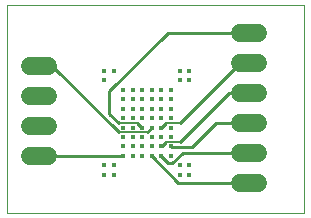
<source format=gtl>
G75*
G70*
%OFA0B0*%
%FSLAX24Y24*%
%IPPOS*%
%LPD*%
%AMOC8*
5,1,8,0,0,1.08239X$1,22.5*
%
%ADD10C,0.0000*%
%ADD11C,0.0177*%
%ADD12C,0.0600*%
%ADD13C,0.0100*%
%ADD14C,0.0050*%
%ADD15C,0.0046*%
D10*
X000101Y000101D02*
X000101Y007021D01*
X009993Y007021D01*
X009993Y000101D01*
X000101Y000101D01*
D11*
X003333Y001369D03*
X003648Y001369D03*
X003648Y001683D03*
X003333Y001683D03*
X003963Y001998D03*
X004278Y001998D03*
X004593Y001998D03*
X004908Y001998D03*
X005223Y001998D03*
X005538Y001998D03*
X005538Y002313D03*
X005223Y002313D03*
X004908Y002313D03*
X004593Y002313D03*
X004278Y002313D03*
X003963Y002313D03*
X003963Y002628D03*
X004278Y002628D03*
X004593Y002628D03*
X004908Y002628D03*
X005223Y002628D03*
X005538Y002628D03*
X005538Y002943D03*
X005223Y002943D03*
X004908Y002943D03*
X004593Y002943D03*
X004278Y002943D03*
X003963Y002943D03*
X003963Y003258D03*
X004278Y003258D03*
X004593Y003258D03*
X004908Y003258D03*
X005223Y003258D03*
X005538Y003258D03*
X005538Y003573D03*
X005223Y003573D03*
X004908Y003573D03*
X004593Y003573D03*
X004278Y003573D03*
X003963Y003573D03*
X003963Y003888D03*
X004278Y003888D03*
X004593Y003888D03*
X004908Y003888D03*
X005223Y003888D03*
X005538Y003888D03*
X005538Y004203D03*
X005223Y004203D03*
X004908Y004203D03*
X004593Y004203D03*
X004278Y004203D03*
X003963Y004203D03*
X003333Y004518D03*
X003333Y004833D03*
X003648Y004833D03*
X005853Y004833D03*
X005853Y004518D03*
X006168Y004518D03*
X006168Y004833D03*
X006168Y001683D03*
X006168Y001369D03*
X005853Y001369D03*
X005853Y001683D03*
D12*
X007851Y002101D02*
X008451Y002101D01*
X008451Y003101D02*
X007851Y003101D01*
X007851Y004101D02*
X008451Y004101D01*
X008451Y005101D02*
X007851Y005101D01*
X007851Y006101D02*
X008451Y006101D01*
X001451Y005011D02*
X000851Y005011D01*
X000851Y004011D02*
X001451Y004011D01*
X001451Y003011D02*
X000851Y003011D01*
X000851Y002011D02*
X001451Y002011D01*
X007851Y001101D02*
X008451Y001101D01*
D13*
X008151Y001101D02*
X005801Y001101D01*
X004951Y001951D01*
X004908Y001998D01*
X005223Y001998D02*
X005251Y001951D01*
X005451Y001751D01*
X005601Y001751D01*
X005951Y002101D01*
X008151Y002101D01*
X008151Y003101D02*
X007041Y003101D01*
X006251Y002311D01*
X005571Y002311D01*
X005538Y002313D01*
X005381Y002471D02*
X005257Y002343D01*
X005841Y002471D02*
X007471Y004101D01*
X008151Y004101D01*
X008151Y005101D02*
X007841Y005101D01*
X005841Y003101D01*
X005381Y003101D02*
X005223Y002943D01*
X004908Y002943D02*
X004751Y002786D01*
X004593Y002943D02*
X004436Y003101D01*
X003811Y003101D02*
X003501Y003411D01*
X003501Y004151D01*
X005451Y006101D01*
X008151Y006101D01*
X003816Y002786D02*
X001591Y005011D01*
X001151Y005011D01*
X001151Y002011D02*
X001351Y002001D01*
X003951Y002001D01*
X003963Y001998D01*
D14*
X003816Y002786D02*
X004751Y002786D01*
X004436Y003101D02*
X003811Y003101D01*
X005221Y002311D02*
X005257Y002343D01*
X005381Y002471D02*
X005841Y002471D01*
X005841Y003101D02*
X005381Y003101D01*
D15*
X005251Y002351D02*
X005257Y002343D01*
X005251Y002351D02*
X005223Y002313D01*
M02*

</source>
